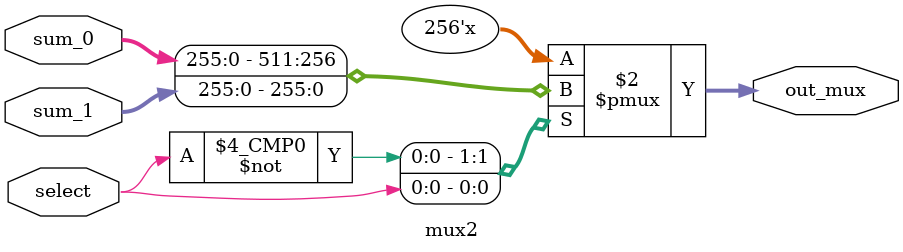
<source format=v>

module mux2( 
	input signed [255:0] sum_0, 
	input signed [255:0] sum_1, 
	input select, 
	output reg signed [255:0] out_mux
);

always @* begin
   case (select)
	0: out_mux = sum_0;
	1: out_mux = sum_1;
   endcase
  end
endmodule

</source>
